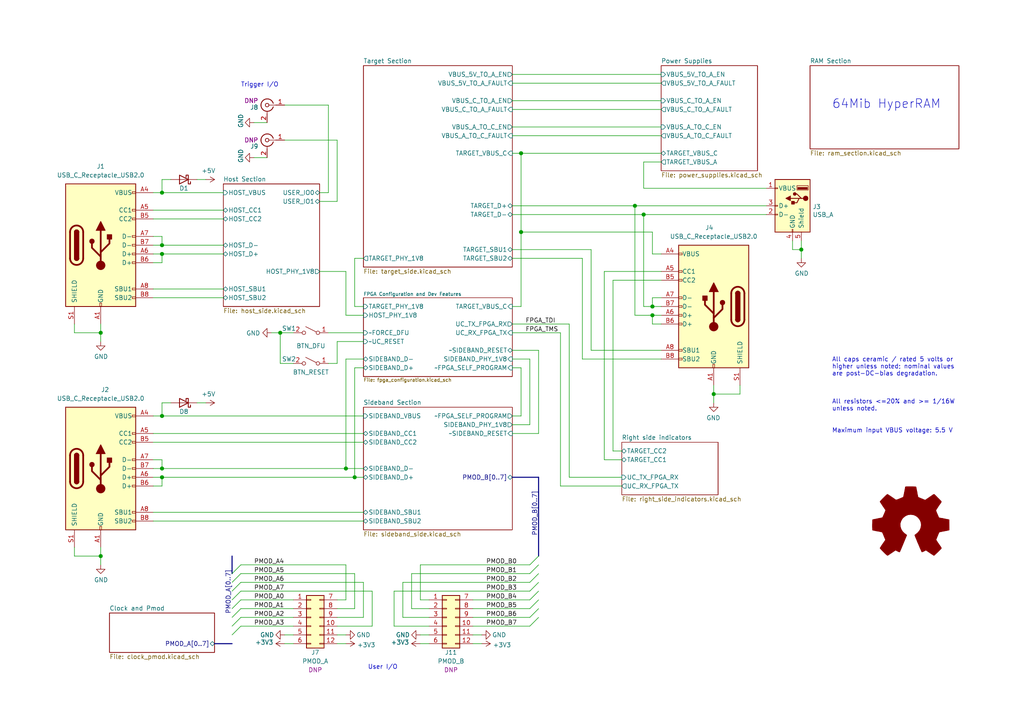
<source format=kicad_sch>
(kicad_sch (version 20210621) (generator eeschema)
  (paper "A4")
  (title_block (title "LUNA USB Multitool") (date "2021-03-10") (rev "r0") (company "Copyright 2019-2021 Great Scott Gadgets") (comment 1 "Katherine J. Temkin") (comment 3 "Licensed under the CERN-OHL-P v2"))
  (lib_symbols
    (symbol "Connector:Conn_Coaxial" (pin_names (offset 1.016) hide)
      (property "Reference" "J" (at 0.254 3.048 0))
      (property "Value" "Conn_Coaxial" (at 2.921 0 90))
      (symbol "Conn_Coaxial_0_1"
        (arc (start -1.778 0.508) (end 1.778 0) (radius (at -0.0508 0) (length 1.8034) (angles 163.6 0)) (stroke (width 0.254)))
        (arc (start 1.778 0) (end -1.778 -0.508) (radius (at -0.0254 0) (length 1.8034) (angles 0 -163.8)) (stroke (width 0.254)))
        (circle (center 0 0) (radius 0.508) (stroke (width 0.2032)))
        (polyline (pts (xy -2.54 0) (xy -0.508 0)))
        (polyline (pts (xy 0 -2.54) (xy 0 -1.778)))
      )
      (symbol "Conn_Coaxial_1_1"
        (pin passive line (at -5.08 0 0) (length 2.54) (name "In") (number "1"))
        (pin passive line (at 0 -5.08 90) (length 2.54) (name "Ext") (number "2"))
      )
    )
    (symbol "Connector_Generic:Conn_02x06_Top_Bottom" (pin_names (offset 1.016) hide)
      (property "Reference" "J" (at 1.27 7.62 0))
      (property "Value" "Conn_02x06_Top_Bottom" (at 1.27 -10.16 0))
      (symbol "Conn_02x06_Top_Bottom_1_1"
        (rectangle (start -1.27 -7.493) (end 0 -7.747) (stroke (width 0.1524)))
        (rectangle (start -1.27 -4.953) (end 0 -5.207) (stroke (width 0.1524)))
        (rectangle (start -1.27 -2.413) (end 0 -2.667) (stroke (width 0.1524)))
        (rectangle (start -1.27 0.127) (end 0 -0.127) (stroke (width 0.1524)))
        (rectangle (start -1.27 2.667) (end 0 2.413) (stroke (width 0.1524)))
        (rectangle (start -1.27 5.207) (end 0 4.953) (stroke (width 0.1524)))
        (rectangle (start 3.81 -7.493) (end 2.54 -7.747) (stroke (width 0.1524)))
        (rectangle (start 3.81 -4.953) (end 2.54 -5.207) (stroke (width 0.1524)))
        (rectangle (start 3.81 -2.413) (end 2.54 -2.667) (stroke (width 0.1524)))
        (rectangle (start 3.81 0.127) (end 2.54 -0.127) (stroke (width 0.1524)))
        (rectangle (start 3.81 2.667) (end 2.54 2.413) (stroke (width 0.1524)))
        (rectangle (start 3.81 5.207) (end 2.54 4.953) (stroke (width 0.1524)))
        (rectangle (start -1.27 6.35) (end 3.81 -8.89) (stroke (width 0.254)) (fill (type background)))
        (pin passive line (at -5.08 5.08 0) (length 3.81) (name "Pin_1") (number "1"))
        (pin passive line (at 7.62 -2.54 180) (length 3.81) (name "Pin_10") (number "10"))
        (pin passive line (at 7.62 -5.08 180) (length 3.81) (name "Pin_11") (number "11"))
        (pin passive line (at 7.62 -7.62 180) (length 3.81) (name "Pin_12") (number "12"))
        (pin passive line (at -5.08 2.54 0) (length 3.81) (name "Pin_2") (number "2"))
        (pin passive line (at -5.08 0 0) (length 3.81) (name "Pin_3") (number "3"))
        (pin passive line (at -5.08 -2.54 0) (length 3.81) (name "Pin_4") (number "4"))
        (pin passive line (at -5.08 -5.08 0) (length 3.81) (name "Pin_5") (number "5"))
        (pin passive line (at -5.08 -7.62 0) (length 3.81) (name "Pin_6") (number "6"))
        (pin passive line (at 7.62 5.08 180) (length 3.81) (name "Pin_7") (number "7"))
        (pin passive line (at 7.62 2.54 180) (length 3.81) (name "Pin_8") (number "8"))
        (pin passive line (at 7.62 0 180) (length 3.81) (name "Pin_9") (number "9"))
      )
    )
    (symbol "Device:D_Schottky" (pin_numbers hide) (pin_names (offset 1.016) hide)
      (property "Reference" "D" (at 0 2.54 0))
      (property "Value" "D_Schottky" (at 0 -2.54 0))
      (symbol "D_Schottky_0_1"
        (polyline (pts (xy 1.27 0) (xy -1.27 0)))
        (polyline (pts (xy 1.27 1.27) (xy 1.27 -1.27) (xy -1.27 0) (xy 1.27 1.27)) (stroke (width 0.254)))
        (polyline (pts (xy -1.905 0.635) (xy -1.905 1.27) (xy -1.27 1.27) (xy -1.27 -1.27) (xy -0.635 -1.27) (xy -0.635 -0.635)) (stroke (width 0.254)))
      )
      (symbol "D_Schottky_1_1"
        (pin passive line (at -3.81 0 0) (length 2.54) (name "K") (number "1"))
        (pin passive line (at 3.81 0 180) (length 2.54) (name "A") (number "2"))
      )
    )
    (symbol "Graphic:Logo_Open_Hardware_Large" (pin_names (offset 1.016))
      (symbol "Logo_Open_Hardware_Large_1_1"
        (polyline (pts (xy 6.731 -8.7122) (xy 6.6294 -8.6614) (xy 6.35 -8.4836) (xy 5.9944 -8.255) (xy 5.5372 -7.9502) (xy 5.1054 -7.6454) (xy 4.7498 -7.4168) (xy 4.4958 -7.239) (xy 4.3942 -7.1882) (xy 4.318 -7.2136) (xy 4.1148 -7.3152) (xy 3.81 -7.4676) (xy 3.6322 -7.5692) (xy 3.3528 -7.6708) (xy 3.2258 -7.6962) (xy 3.2004 -7.6708) (xy 3.0988 -7.4676) (xy 2.9464 -7.0866) (xy 2.7178 -6.604) (xy 2.4892 -6.0452) (xy 2.2352 -5.4356) (xy 1.9558 -4.826) (xy 1.7272 -4.2164) (xy 1.4986 -3.683) (xy 1.3208 -3.2512) (xy 1.2192 -2.9464) (xy 1.1684 -2.8194) (xy 1.1938 -2.794) (xy 1.3208 -2.667) (xy 1.5748 -2.4892) (xy 2.0828 -2.0574) (xy 2.6162 -1.397) (xy 2.921 -0.6604) (xy 3.048 0.1524) (xy 2.9464 0.9144) (xy 2.6416 1.6256) (xy 2.1336 2.286) (xy 1.524 2.7686) (xy 0.8128 3.0734) (xy 0 3.175) (xy -0.762 3.0988) (xy -1.4986 2.794) (xy -2.159 2.286) (xy -2.4384 1.9812) (xy -2.8194 1.3208) (xy -3.048 0.6096) (xy -3.0734 0.4318) (xy -3.0226 -0.3556) (xy -2.794 -1.0922) (xy -2.3876 -1.7526) (xy -1.8288 -2.3114) (xy -1.7526 -2.3622) (xy -1.4732 -2.5654) (xy -1.2954 -2.6924) (xy -1.1684 -2.8194) (xy -2.159 -5.207) (xy -2.3114 -5.588) (xy -2.5908 -6.2484) (xy -2.8194 -6.8072) (xy -3.0226 -7.2644) (xy -3.1496 -7.5692) (xy -3.2258 -7.6708) (xy -3.2258 -7.6962) (xy -3.302 -7.6962) (xy -3.4798 -7.6454) (xy -3.8354 -7.4676) (xy -4.0386 -7.366) (xy -4.2926 -7.239) (xy -4.4196 -7.1882) (xy -4.5212 -7.239) (xy -4.7498 -7.3914) (xy -5.1054 -7.6454) (xy -5.5372 -7.9248) (xy -5.9436 -8.2042) (xy -6.3246 -8.4582) (xy -6.604 -8.636) (xy -6.731 -8.7122) (xy -6.7564 -8.7122) (xy -6.858 -8.636) (xy -7.0866 -8.4582) (xy -7.4168 -8.1534) (xy -7.874 -7.6962) (xy -7.9502 -7.62) (xy -8.3312 -7.239) (xy -8.636 -6.9088) (xy -8.8392 -6.6802) (xy -8.9154 -6.5786) (xy -8.9154 -6.5786) (xy -8.8392 -6.4516) (xy -8.6614 -6.1722) (xy -8.4328 -5.7912) (xy -8.128 -5.3594) (xy -7.3152 -4.191) (xy -7.7724 -3.0988) (xy -7.8994 -2.7686) (xy -8.0772 -2.3622) (xy -8.2042 -2.0828) (xy -8.255 -1.9558) (xy -8.382 -1.905) (xy -8.6614 -1.8542) (xy -9.0932 -1.7526) (xy -9.6266 -1.651) (xy -10.1092 -1.5748) (xy -10.541 -1.4732) (xy -10.8712 -1.4224) (xy -11.0236 -1.397) (xy -11.049 -1.3716) (xy -11.0744 -1.2954) (xy -11.0998 -1.143) (xy -11.0998 -0.889) (xy -11.1252 -0.4572) (xy -11.1252 0.1524) (xy -11.1252 0.2286) (xy -11.0998 0.8128) (xy -11.0998 1.27) (xy -11.0744 1.5494) (xy -11.0744 1.6764) (xy -11.0744 1.6764) (xy -10.922 1.7018) (xy -10.6172 1.778) (xy -10.16 1.8542) (xy -9.652 1.9558) (xy -9.6012 1.9812) (xy -9.0932 2.0828) (xy -8.636 2.159) (xy -8.3312 2.2352) (xy -8.2042 2.286) (xy -8.1788 2.3114) (xy -8.0772 2.5146) (xy -7.9248 2.8448) (xy -7.747 3.2512) (xy -7.5692 3.6576) (xy -7.4168 4.0386) (xy -7.3152 4.318) (xy -7.2898 4.445) (xy -7.2898 4.445) (xy -7.366 4.572) (xy -7.5438 4.826) (xy -7.7978 5.207) (xy -8.128 5.6642) (xy -8.128 5.6896) (xy -8.4328 6.1468) (xy -8.6868 6.5278) (xy -8.8392 6.7818) (xy -8.9154 6.9088) (xy -8.9154 6.9088) (xy -8.8138 7.0358) (xy -8.5852 7.2898) (xy -8.255 7.6454) (xy -7.874 8.0264) (xy -7.747 8.1534) (xy -7.3152 8.5852) (xy -7.0104 8.8646) (xy -6.8326 8.9916) (xy -6.731 9.0424) (xy -6.731 9.0424) (xy -6.604 8.9408) (xy -6.3246 8.763) (xy -5.9436 8.509) (xy -5.4864 8.2042) (xy -5.461 8.1788) (xy -5.0038 7.874) (xy -4.6482 7.62) (xy -4.3688 7.4422) (xy -4.2672 7.3914) (xy -4.2418 7.3914) (xy -4.064 7.4422) (xy -3.7338 7.5438) (xy -3.3528 7.6962) (xy -2.9464 7.874) (xy -2.5654 8.0264) (xy -2.286 8.1534) (xy -2.159 8.2296) (xy -2.159 8.2296) (xy -2.1082 8.382) (xy -2.032 8.7122) (xy -1.9304 9.1694) (xy -1.8288 9.7282) (xy -1.8034 9.8044) (xy -1.7018 10.3378) (xy -1.6256 10.7696) (xy -1.5748 11.0744) (xy -1.524 11.2014) (xy -1.4478 11.2268) (xy -1.1938 11.2522) (xy -0.8128 11.2522) (xy -0.3302 11.2522) (xy 0.1524 11.2522) (xy 0.6604 11.2522) (xy 1.0668 11.2268) (xy 1.3716 11.2014) (xy 1.4986 11.176) (xy 1.4986 11.176) (xy 1.5494 11.0236) (xy 1.6256 10.6934) (xy 1.7018 10.2108) (xy 1.8288 9.6774) (xy 1.8288 9.5758) (xy 1.9304 9.0424) (xy 2.032 8.6106) (xy 2.0828 8.3058) (xy 2.1336 8.2042) (xy 2.159 8.1788) (xy 2.3876 8.0772) (xy 2.7432 7.9248) (xy 3.175 7.747) (xy 4.191 7.3406) (xy 5.461 8.2042) (xy 5.5626 8.2804) (xy 6.0198 8.5852) (xy 6.3754 8.8392) (xy 6.6294 8.9916) (xy 6.7564 9.0424) (xy 6.7564 9.0424) (xy 6.8834 8.9408) (xy 7.1374 8.7122) (xy 7.4676 8.382) (xy 7.8486 7.9756) (xy 8.1534 7.6962) (xy 8.4836 7.3406) (xy 8.7122 7.112) (xy 8.8392 6.9596) (xy 8.8646 6.858) (xy 8.8646 6.8072) (xy 8.7884 6.6802) (xy 8.6106 6.4008) (xy 8.3312 6.0198) (xy 8.0264 5.588) (xy 7.7978 5.207) (xy 7.5184 4.8006) (xy 7.3406 4.4958) (xy 7.2898 4.3434) (xy 7.2898 4.2926) (xy 7.3914 4.0386) (xy 7.5184 3.683) (xy 7.7216 3.2258) (xy 8.1534 2.2352) (xy 8.7884 2.1082) (xy 9.1948 2.0574) (xy 9.7536 1.9304) (xy 10.2616 1.8288) (xy 11.0998 1.6764) (xy 11.1252 -1.3208) (xy 10.9982 -1.3716) (xy 10.8712 -1.397) (xy 10.5664 -1.4732) (xy 10.1346 -1.5494) (xy 9.6266 -1.651) (xy 9.1948 -1.7272) (xy 8.7376 -1.8288) (xy 8.4328 -1.8796) (xy 8.2804 -1.905) (xy 8.255 -1.9558) (xy 8.1534 -2.159) (xy 7.9756 -2.5146) (xy 7.8232 -2.921) (xy 7.6454 -3.3274) (xy 7.493 -3.7338) (xy 7.366 -4.0132) (xy 7.3406 -4.191) (xy 7.3914 -4.2926) (xy 7.5692 -4.5466) (xy 7.7978 -4.9276) (xy 8.1026 -5.3594) (xy 8.4074 -5.7912) (xy 8.6614 -6.1722) (xy 8.8138 -6.4262) (xy 8.89 -6.5532) (xy 8.8646 -6.6548) (xy 8.6868 -6.858) (xy 8.3566 -7.1882) (xy 7.874 -7.6708) (xy 7.7978 -7.747) (xy 7.3914 -8.128) (xy 7.0612 -8.4328) (xy 6.8326 -8.636) (xy 6.731 -8.7122)) (fill (type outline)))
      )
    )
    (symbol "Switch:SW_SPST" (pin_names (offset 0) hide)
      (property "Reference" "SW" (at 0 3.175 0))
      (property "Value" "SW_SPST" (at 0 -2.54 0))
      (symbol "SW_SPST_0_0"
        (circle (center -2.032 0) (radius 0.508))
        (circle (center 2.032 0) (radius 0.508))
        (polyline (pts (xy -1.524 0.254) (xy 1.524 1.778)))
      )
      (symbol "SW_SPST_1_1"
        (pin passive line (at -5.08 0 0) (length 2.54) (name "A") (number "1"))
        (pin passive line (at 5.08 0 180) (length 2.54) (name "B") (number "2"))
      )
    )
    (symbol "luna_rev0-rescue:USB_A-Connector" (pin_names (offset 1.016))
      (property "Reference" "J" (at -5.08 11.43 0))
      (property "Value" "USB_A-Connector" (at -5.08 8.89 0))
      (symbol "USB_A-Connector_0_1"
        (circle (center -3.81 2.159) (radius 0.635) (stroke (width 0.254)) (fill (type outline)))
        (circle (center -0.635 3.429) (radius 0.381) (stroke (width 0.254)) (fill (type outline)))
        (rectangle (start -1.27 4.572) (end -4.572 5.842))
        (rectangle (start -0.127 -7.62) (end 0.127 -6.858))
        (rectangle (start 5.08 -2.667) (end 4.318 -2.413))
        (rectangle (start 5.08 -0.127) (end 4.318 0.127))
        (rectangle (start 5.08 4.953) (end 4.318 5.207))
        (rectangle (start -1.524 4.826) (end -4.318 5.334) (fill (type outline)))
        (rectangle (start 0.254 1.27) (end -0.508 0.508) (stroke (width 0.254)) (fill (type outline)))
        (rectangle (start -5.08 -7.62) (end 5.08 7.62) (stroke (width 0.254)) (fill (type background)))
        (polyline (pts (xy -3.175 2.159) (xy -2.54 2.159) (xy -1.27 3.429) (xy -0.635 3.429)) (stroke (width 0.254)))
        (polyline (pts (xy -2.54 2.159) (xy -1.905 2.159) (xy -1.27 0.889) (xy 0 0.889)) (stroke (width 0.254)))
        (polyline (pts (xy 0.635 2.794) (xy 0.635 1.524) (xy 1.905 2.159) (xy 0.635 2.794)) (stroke (width 0.254)) (fill (type outline)))
      )
      (symbol "USB_A-Connector_1_1"
        (polyline (pts (xy -1.905 2.159) (xy 0.635 2.159)) (stroke (width 0.254)))
        (pin power_in line (at 7.62 5.08 180) (length 2.54) (name "VBUS") (number "1"))
        (pin passive line (at 7.62 -2.54 180) (length 2.54) (name "D-") (number "2"))
        (pin passive line (at 7.62 0 180) (length 2.54) (name "D+") (number "3"))
        (pin power_in line (at 0 -10.16 90) (length 2.54) (name "GND") (number "4"))
        (pin passive line (at -2.54 -10.16 90) (length 2.54) (name "Shield") (number "5"))
      )
    )
    (symbol "luna_rev0-rescue:USB_C_Receptacle_USB2.0-Connector" (pin_names (offset 1.016))
      (property "Reference" "J" (at -10.16 19.05 0))
      (property "Value" "USB_C_Receptacle_USB2.0-Connector" (at 19.05 19.05 0))
      (symbol "USB_C_Receptacle_USB2.0-Connector_0_0"
        (rectangle (start -0.254 -17.78) (end 0.254 -16.764))
        (rectangle (start 10.16 -14.986) (end 9.144 -15.494))
        (rectangle (start 10.16 -12.446) (end 9.144 -12.954))
        (rectangle (start 10.16 -4.826) (end 9.144 -5.334))
        (rectangle (start 10.16 -2.286) (end 9.144 -2.794))
        (rectangle (start 10.16 0.254) (end 9.144 -0.254))
        (rectangle (start 10.16 2.794) (end 9.144 2.286))
        (rectangle (start 10.16 7.874) (end 9.144 7.366))
        (rectangle (start 10.16 10.414) (end 9.144 9.906))
        (rectangle (start 10.16 15.494) (end 9.144 14.986))
      )
      (symbol "USB_C_Receptacle_USB2.0-Connector_0_1"
        (arc (start -8.89 -3.81) (end -5.08 -3.81) (radius (at -6.985 -3.81) (length 1.905) (angles -179.9 -0.1)) (stroke (width 0.508)))
        (arc (start -7.62 -3.81) (end -6.35 -3.81) (radius (at -6.985 -3.81) (length 0.635) (angles -179.9 -0.1)) (stroke (width 0.254)))
        (arc (start -6.35 3.81) (end -7.62 3.81) (radius (at -6.985 3.81) (length 0.635) (angles 0.1 179.9)) (stroke (width 0.254)))
        (arc (start -5.08 3.81) (end -8.89 3.81) (radius (at -6.985 3.81) (length 1.905) (angles 0.1 179.9)) (stroke (width 0.508)))
        (arc (start -7.62 -3.81) (end -6.35 -3.81) (radius (at -6.985 -3.81) (length 0.635) (angles -179.9 -0.1)) (stroke (width 0.254)) (fill (type outline)))
        (arc (start -6.35 3.81) (end -7.62 3.81) (radius (at -6.985 3.81) (length 0.635) (angles 0.1 179.9)) (stroke (width 0.254)) (fill (type outline)))
        (circle (center -2.54 1.143) (radius 0.635) (stroke (width 0.254)) (fill (type outline)))
        (circle (center 0 -5.842) (radius 1.27) (fill (type outline)))
        (rectangle (start -7.62 -3.81) (end -6.35 3.81) (stroke (width 0.254)) (fill (type outline)))
        (rectangle (start 1.905 1.778) (end 3.175 3.048) (stroke (width 0.254)) (fill (type outline)))
        (rectangle (start -10.16 17.78) (end 10.16 -17.78) (stroke (width 0.254)) (fill (type background)))
        (polyline (pts (xy -8.89 -3.81) (xy -8.89 3.81)) (stroke (width 0.508)))
        (polyline (pts (xy -5.08 3.81) (xy -5.08 -3.81)) (stroke (width 0.508)))
        (polyline (pts (xy 0 -5.842) (xy 0 4.318)) (stroke (width 0.508)))
        (polyline (pts (xy 0 -3.302) (xy -2.54 -0.762) (xy -2.54 0.508)) (stroke (width 0.508)))
        (polyline (pts (xy 0 -2.032) (xy 2.54 0.508) (xy 2.54 1.778)) (stroke (width 0.508)))
        (polyline (pts (xy -1.27 4.318) (xy 0 6.858) (xy 1.27 4.318) (xy -1.27 4.318)) (stroke (width 0.254)) (fill (type outline)))
      )
      (symbol "USB_C_Receptacle_USB2.0-Connector_1_1"
        (pin power_in line (at 0 -22.86 90) (length 5.08) (name "GND") (number "A1"))
        (pin passive line (at 0 -22.86 90) (length 5.08) hide (name "GND") (number "A12"))
        (pin power_in line (at 15.24 15.24 180) (length 5.08) (name "VBUS") (number "A4"))
        (pin bidirectional line (at 15.24 10.16 180) (length 5.08) (name "CC1") (number "A5"))
        (pin bidirectional line (at 15.24 -2.54 180) (length 5.08) (name "D+") (number "A6"))
        (pin bidirectional line (at 15.24 2.54 180) (length 5.08) (name "D-") (number "A7"))
        (pin bidirectional line (at 15.24 -12.7 180) (length 5.08) (name "SBU1") (number "A8"))
        (pin passive line (at 15.24 15.24 180) (length 5.08) hide (name "VBUS") (number "A9"))
        (pin passive line (at 0 -22.86 90) (length 5.08) hide (name "GND") (number "B1"))
        (pin passive line (at 0 -22.86 90) (length 5.08) hide (name "GND") (number "B12"))
        (pin passive line (at 15.24 15.24 180) (length 5.08) hide (name "VBUS") (number "B4"))
        (pin bidirectional line (at 15.24 7.62 180) (length 5.08) (name "CC2") (number "B5"))
        (pin bidirectional line (at 15.24 -5.08 180) (length 5.08) (name "D+") (number "B6"))
        (pin bidirectional line (at 15.24 0 180) (length 5.08) (name "D-") (number "B7"))
        (pin bidirectional line (at 15.24 -15.24 180) (length 5.08) (name "SBU2") (number "B8"))
        (pin passive line (at 15.24 15.24 180) (length 5.08) hide (name "VBUS") (number "B9"))
        (pin passive line (at -7.62 -22.86 90) (length 5.08) (name "SHIELD") (number "S1"))
      )
    )
    (symbol "power:+3V3" (power) (pin_names (offset 0))
      (property "Value" "+3V3" (at 0 3.556 0))
      (symbol "+3V3_0_1"
        (polyline (pts (xy -0.762 1.27) (xy 0 2.54)))
        (polyline (pts (xy 0 0) (xy 0 2.54)))
        (polyline (pts (xy 0 2.54) (xy 0.762 1.27)))
      )
      (symbol "+3V3_1_1"
        (pin power_in line (at 0 0 90) (length 0) hide (name "+3V3") (number "1"))
      )
    )
    (symbol "power:+5V" (power) (pin_names (offset 0))
      (property "Value" "+5V" (at 0 3.556 0))
      (symbol "+5V_0_1"
        (polyline (pts (xy -0.762 1.27) (xy 0 2.54)))
        (polyline (pts (xy 0 0) (xy 0 2.54)))
        (polyline (pts (xy 0 2.54) (xy 0.762 1.27)))
      )
      (symbol "+5V_1_1"
        (pin power_in line (at 0 0 90) (length 0) hide (name "+5V") (number "1"))
      )
    )
    (symbol "power:GND" (power) (pin_names (offset 0))
      (property "Value" "GND" (at 0 -3.81 0))
      (symbol "GND_0_1"
        (polyline (pts (xy 0 0) (xy 0 -1.27) (xy 1.27 -1.27) (xy 0 -2.54) (xy -1.27 -1.27) (xy 0 -1.27)))
      )
      (symbol "GND_1_1"
        (pin power_in line (at 0 0 270) (length 0) hide (name "GND") (number "1"))
      )
    )
  )
  (junction (at 29.21 96.52) (diameter 1.016))
  (junction (at 29.21 161.29) (diameter 1.016))
  (junction (at 46.99 55.88) (diameter 1.016))
  (junction (at 46.99 71.12) (diameter 1.016))
  (junction (at 46.99 73.66) (diameter 1.016))
  (junction (at 46.99 120.65) (diameter 1.016))
  (junction (at 46.99 135.89) (diameter 1.016))
  (junction (at 46.99 138.43) (diameter 1.016))
  (junction (at 81.28 96.52) (diameter 1.016))
  (junction (at 100.33 135.89) (diameter 1.016))
  (junction (at 102.87 138.43) (diameter 1.016))
  (junction (at 151.13 44.45) (diameter 1.016))
  (junction (at 151.13 67.31) (diameter 1.016))
  (junction (at 184.15 59.69) (diameter 1.016))
  (junction (at 186.69 62.23) (diameter 1.016))
  (junction (at 189.23 88.9) (diameter 1.016))
  (junction (at 189.23 91.44) (diameter 1.016))
  (junction (at 207.01 114.3) (diameter 1.016))
  (junction (at 232.41 72.39) (diameter 1.016))
  (bus_entry (at 67.31 166.37) (size 2.54 -2.54))
  (bus_entry (at 67.31 168.91) (size 2.54 -2.54))
  (bus_entry (at 67.31 171.45) (size 2.54 -2.54))
  (bus_entry (at 67.31 173.99) (size 2.54 -2.54))
  (bus_entry (at 67.31 176.53) (size 2.54 -2.54))
  (bus_entry (at 67.31 179.07) (size 2.54 -2.54))
  (bus_entry (at 67.31 181.61) (size 2.54 -2.54))
  (bus_entry (at 67.31 184.15) (size 2.54 -2.54))
  (bus_entry (at 156.21 161.29) (size -2.54 2.54))
  (bus_entry (at 156.21 163.83) (size -2.54 2.54))
  (bus_entry (at 156.21 166.37) (size -2.54 2.54))
  (bus_entry (at 156.21 168.91) (size -2.54 2.54))
  (bus_entry (at 156.21 171.45) (size -2.54 2.54))
  (bus_entry (at 156.21 173.99) (size -2.54 2.54))
  (bus_entry (at 156.21 176.53) (size -2.54 2.54))
  (bus_entry (at 156.21 179.07) (size -2.54 2.54))
  (wire (pts (xy 21.59 93.98) (xy 21.59 96.52)))
  (wire (pts (xy 21.59 96.52) (xy 29.21 96.52)))
  (wire (pts (xy 21.59 161.29) (xy 21.59 158.75)))
  (wire (pts (xy 29.21 93.98) (xy 29.21 96.52)))
  (wire (pts (xy 29.21 96.52) (xy 29.21 99.06)))
  (wire (pts (xy 29.21 161.29) (xy 21.59 161.29)))
  (wire (pts (xy 29.21 161.29) (xy 29.21 158.75)))
  (wire (pts (xy 29.21 163.83) (xy 29.21 161.29)))
  (wire (pts (xy 44.45 60.96) (xy 64.77 60.96)))
  (wire (pts (xy 44.45 68.58) (xy 46.99 68.58)))
  (wire (pts (xy 44.45 73.66) (xy 46.99 73.66)))
  (wire (pts (xy 44.45 76.2) (xy 46.99 76.2)))
  (wire (pts (xy 44.45 83.82) (xy 64.77 83.82)))
  (wire (pts (xy 44.45 120.65) (xy 46.99 120.65)))
  (wire (pts (xy 44.45 125.73) (xy 105.41 125.73)))
  (wire (pts (xy 44.45 128.27) (xy 105.41 128.27)))
  (wire (pts (xy 44.45 133.35) (xy 46.99 133.35)))
  (wire (pts (xy 44.45 135.89) (xy 46.99 135.89)))
  (wire (pts (xy 44.45 138.43) (xy 46.99 138.43)))
  (wire (pts (xy 44.45 148.59) (xy 105.41 148.59)))
  (wire (pts (xy 46.99 52.07) (xy 46.99 55.88)))
  (wire (pts (xy 46.99 55.88) (xy 44.45 55.88)))
  (wire (pts (xy 46.99 68.58) (xy 46.99 71.12)))
  (wire (pts (xy 46.99 71.12) (xy 44.45 71.12)))
  (wire (pts (xy 46.99 73.66) (xy 64.77 73.66)))
  (wire (pts (xy 46.99 76.2) (xy 46.99 73.66)))
  (wire (pts (xy 46.99 116.84) (xy 46.99 120.65)))
  (wire (pts (xy 46.99 120.65) (xy 105.41 120.65)))
  (wire (pts (xy 46.99 133.35) (xy 46.99 135.89)))
  (wire (pts (xy 46.99 135.89) (xy 100.33 135.89)))
  (wire (pts (xy 46.99 138.43) (xy 46.99 140.97)))
  (wire (pts (xy 46.99 138.43) (xy 102.87 138.43)))
  (wire (pts (xy 46.99 140.97) (xy 44.45 140.97)))
  (wire (pts (xy 49.53 52.07) (xy 46.99 52.07)))
  (wire (pts (xy 49.53 116.84) (xy 46.99 116.84)))
  (wire (pts (xy 59.69 52.07) (xy 57.15 52.07)))
  (wire (pts (xy 59.69 116.84) (xy 57.15 116.84)))
  (wire (pts (xy 64.77 55.88) (xy 46.99 55.88)))
  (wire (pts (xy 64.77 63.5) (xy 44.45 63.5)))
  (wire (pts (xy 64.77 71.12) (xy 46.99 71.12)))
  (wire (pts (xy 64.77 86.36) (xy 44.45 86.36)))
  (wire (pts (xy 69.85 163.83) (xy 100.33 163.83)))
  (wire (pts (xy 69.85 168.91) (xy 105.41 168.91)))
  (wire (pts (xy 69.85 173.99) (xy 85.09 173.99)))
  (wire (pts (xy 69.85 179.07) (xy 85.09 179.07)))
  (wire (pts (xy 73.66 35.56) (xy 77.47 35.56)))
  (wire (pts (xy 73.66 45.72) (xy 77.47 45.72)))
  (wire (pts (xy 78.74 96.52) (xy 81.28 96.52)))
  (wire (pts (xy 81.28 96.52) (xy 81.28 105.41)))
  (wire (pts (xy 81.28 96.52) (xy 85.09 96.52)))
  (wire (pts (xy 81.28 105.41) (xy 85.09 105.41)))
  (wire (pts (xy 82.55 40.64) (xy 97.79 40.64)))
  (wire (pts (xy 82.55 186.69) (xy 85.09 186.69)))
  (wire (pts (xy 85.09 176.53) (xy 69.85 176.53)))
  (wire (pts (xy 85.09 181.61) (xy 69.85 181.61)))
  (wire (pts (xy 85.09 184.15) (xy 82.55 184.15)))
  (wire (pts (xy 92.71 55.88) (xy 95.25 55.88)))
  (wire (pts (xy 92.71 78.74) (xy 100.33 78.74)))
  (wire (pts (xy 95.25 30.48) (xy 82.55 30.48)))
  (wire (pts (xy 95.25 55.88) (xy 95.25 30.48)))
  (wire (pts (xy 95.25 105.41) (xy 97.79 105.41)))
  (wire (pts (xy 97.79 40.64) (xy 97.79 58.42)))
  (wire (pts (xy 97.79 58.42) (xy 92.71 58.42)))
  (wire (pts (xy 97.79 99.06) (xy 105.41 99.06)))
  (wire (pts (xy 97.79 105.41) (xy 97.79 99.06)))
  (wire (pts (xy 97.79 176.53) (xy 102.87 176.53)))
  (wire (pts (xy 97.79 181.61) (xy 107.95 181.61)))
  (wire (pts (xy 97.79 186.69) (xy 100.33 186.69)))
  (wire (pts (xy 100.33 78.74) (xy 100.33 91.44)))
  (wire (pts (xy 100.33 104.14) (xy 100.33 135.89)))
  (wire (pts (xy 100.33 135.89) (xy 105.41 135.89)))
  (wire (pts (xy 100.33 163.83) (xy 100.33 173.99)))
  (wire (pts (xy 100.33 173.99) (xy 97.79 173.99)))
  (wire (pts (xy 100.33 184.15) (xy 97.79 184.15)))
  (wire (pts (xy 102.87 74.93) (xy 105.41 74.93)))
  (wire (pts (xy 102.87 88.9) (xy 102.87 74.93)))
  (wire (pts (xy 102.87 88.9) (xy 105.41 88.9)))
  (wire (pts (xy 102.87 106.68) (xy 105.41 106.68)))
  (wire (pts (xy 102.87 138.43) (xy 102.87 106.68)))
  (wire (pts (xy 102.87 138.43) (xy 105.41 138.43)))
  (wire (pts (xy 102.87 166.37) (xy 69.85 166.37)))
  (wire (pts (xy 102.87 176.53) (xy 102.87 166.37)))
  (wire (pts (xy 105.41 91.44) (xy 100.33 91.44)))
  (wire (pts (xy 105.41 96.52) (xy 95.25 96.52)))
  (wire (pts (xy 105.41 104.14) (xy 100.33 104.14)))
  (wire (pts (xy 105.41 151.13) (xy 44.45 151.13)))
  (wire (pts (xy 105.41 168.91) (xy 105.41 179.07)))
  (wire (pts (xy 105.41 179.07) (xy 97.79 179.07)))
  (wire (pts (xy 107.95 171.45) (xy 69.85 171.45)))
  (wire (pts (xy 107.95 171.45) (xy 107.95 181.61)))
  (wire (pts (xy 114.3 171.45) (xy 114.3 181.61)))
  (wire (pts (xy 114.3 181.61) (xy 124.46 181.61)))
  (wire (pts (xy 116.84 168.91) (xy 153.67 168.91)))
  (wire (pts (xy 116.84 179.07) (xy 116.84 168.91)))
  (wire (pts (xy 119.38 166.37) (xy 153.67 166.37)))
  (wire (pts (xy 119.38 176.53) (xy 119.38 166.37)))
  (wire (pts (xy 121.92 163.83) (xy 153.67 163.83)))
  (wire (pts (xy 121.92 173.99) (xy 121.92 163.83)))
  (wire (pts (xy 124.46 173.99) (xy 121.92 173.99)))
  (wire (pts (xy 124.46 176.53) (xy 119.38 176.53)))
  (wire (pts (xy 124.46 179.07) (xy 116.84 179.07)))
  (wire (pts (xy 124.46 184.15) (xy 121.92 184.15)))
  (wire (pts (xy 124.46 186.69) (xy 121.92 186.69)))
  (wire (pts (xy 137.16 176.53) (xy 153.67 176.53)))
  (wire (pts (xy 137.16 181.61) (xy 153.67 181.61)))
  (wire (pts (xy 139.7 184.15) (xy 137.16 184.15)))
  (wire (pts (xy 139.7 186.69) (xy 137.16 186.69)))
  (wire (pts (xy 148.59 24.13) (xy 191.77 24.13)))
  (wire (pts (xy 148.59 31.75) (xy 191.77 31.75)))
  (wire (pts (xy 148.59 39.37) (xy 191.77 39.37)))
  (wire (pts (xy 148.59 44.45) (xy 151.13 44.45)))
  (wire (pts (xy 148.59 59.69) (xy 184.15 59.69)))
  (wire (pts (xy 148.59 72.39) (xy 171.45 72.39)))
  (wire (pts (xy 148.59 93.98) (xy 165.1 93.98)))
  (wire (pts (xy 148.59 104.14) (xy 153.67 104.14)))
  (wire (pts (xy 148.59 120.65) (xy 151.13 120.65)))
  (wire (pts (xy 148.59 125.73) (xy 156.21 125.73)))
  (wire (pts (xy 151.13 44.45) (xy 191.77 44.45)))
  (wire (pts (xy 151.13 67.31) (xy 151.13 44.45)))
  (wire (pts (xy 151.13 88.9) (xy 148.59 88.9)))
  (wire (pts (xy 151.13 88.9) (xy 151.13 67.31)))
  (wire (pts (xy 151.13 106.68) (xy 148.59 106.68)))
  (wire (pts (xy 151.13 120.65) (xy 151.13 106.68)))
  (wire (pts (xy 153.67 104.14) (xy 153.67 123.19)))
  (wire (pts (xy 153.67 123.19) (xy 148.59 123.19)))
  (wire (pts (xy 153.67 171.45) (xy 114.3 171.45)))
  (wire (pts (xy 153.67 173.99) (xy 137.16 173.99)))
  (wire (pts (xy 153.67 179.07) (xy 137.16 179.07)))
  (wire (pts (xy 156.21 101.6) (xy 148.59 101.6)))
  (wire (pts (xy 156.21 125.73) (xy 156.21 101.6)))
  (wire (pts (xy 162.56 96.52) (xy 148.59 96.52)))
  (wire (pts (xy 162.56 140.97) (xy 162.56 96.52)))
  (wire (pts (xy 162.56 140.97) (xy 180.34 140.97)))
  (wire (pts (xy 165.1 93.98) (xy 165.1 138.43)))
  (wire (pts (xy 165.1 138.43) (xy 180.34 138.43)))
  (wire (pts (xy 168.91 74.93) (xy 148.59 74.93)))
  (wire (pts (xy 168.91 104.14) (xy 168.91 74.93)))
  (wire (pts (xy 171.45 72.39) (xy 171.45 101.6)))
  (wire (pts (xy 171.45 101.6) (xy 191.77 101.6)))
  (wire (pts (xy 175.26 78.74) (xy 191.77 78.74)))
  (wire (pts (xy 175.26 133.35) (xy 175.26 78.74)))
  (wire (pts (xy 177.8 81.28) (xy 177.8 130.81)))
  (wire (pts (xy 177.8 130.81) (xy 180.34 130.81)))
  (wire (pts (xy 180.34 133.35) (xy 175.26 133.35)))
  (wire (pts (xy 184.15 59.69) (xy 184.15 91.44)))
  (wire (pts (xy 184.15 91.44) (xy 189.23 91.44)))
  (wire (pts (xy 186.69 46.99) (xy 191.77 46.99)))
  (wire (pts (xy 186.69 54.61) (xy 186.69 46.99)))
  (wire (pts (xy 186.69 54.61) (xy 222.25 54.61)))
  (wire (pts (xy 186.69 62.23) (xy 148.59 62.23)))
  (wire (pts (xy 186.69 62.23) (xy 186.69 88.9)))
  (wire (pts (xy 186.69 88.9) (xy 189.23 88.9)))
  (wire (pts (xy 189.23 67.31) (xy 151.13 67.31)))
  (wire (pts (xy 189.23 73.66) (xy 189.23 67.31)))
  (wire (pts (xy 189.23 86.36) (xy 191.77 86.36)))
  (wire (pts (xy 189.23 88.9) (xy 189.23 86.36)))
  (wire (pts (xy 189.23 91.44) (xy 189.23 93.98)))
  (wire (pts (xy 189.23 93.98) (xy 191.77 93.98)))
  (wire (pts (xy 191.77 21.59) (xy 148.59 21.59)))
  (wire (pts (xy 191.77 29.21) (xy 148.59 29.21)))
  (wire (pts (xy 191.77 36.83) (xy 148.59 36.83)))
  (wire (pts (xy 191.77 73.66) (xy 189.23 73.66)))
  (wire (pts (xy 191.77 81.28) (xy 177.8 81.28)))
  (wire (pts (xy 191.77 88.9) (xy 189.23 88.9)))
  (wire (pts (xy 191.77 91.44) (xy 189.23 91.44)))
  (wire (pts (xy 191.77 104.14) (xy 168.91 104.14)))
  (wire (pts (xy 207.01 114.3) (xy 207.01 111.76)))
  (wire (pts (xy 207.01 114.3) (xy 214.63 114.3)))
  (wire (pts (xy 207.01 116.84) (xy 207.01 114.3)))
  (wire (pts (xy 214.63 114.3) (xy 214.63 111.76)))
  (wire (pts (xy 222.25 59.69) (xy 184.15 59.69)))
  (wire (pts (xy 222.25 62.23) (xy 186.69 62.23)))
  (wire (pts (xy 229.87 69.85) (xy 229.87 72.39)))
  (wire (pts (xy 229.87 72.39) (xy 232.41 72.39)))
  (wire (pts (xy 232.41 72.39) (xy 232.41 69.85)))
  (wire (pts (xy 232.41 74.93) (xy 232.41 72.39)))
  (bus (pts (xy 62.23 186.69) (xy 67.31 186.69)))
  (bus (pts (xy 67.31 161.29) (xy 67.31 186.69)))
  (bus (pts (xy 148.59 138.43) (xy 156.21 138.43)))
  (bus (pts (xy 156.21 138.43) (xy 156.21 184.15)))
  (text "Trigger I/O" (at 69.85 25.4 0) (effects (font (size 1.27 1.27)) (justify left bottom)))
  (text "User I/O" (at 106.68 194.31 0) (effects (font (size 1.27 1.27)) (justify left bottom)))
  (text "64Mib HyperRAM" (at 241.3 31.75 0) (effects (font (size 2.54 2.54)) (justify left bottom)))
  (text "All caps ceramic / rated 5 volts or\nhigher unless noted; nominal values\nare post-DC-bias degradation." (at 241.3 109.22 0) (effects (font (size 1.27 1.27)) (justify left bottom)))
  (text "All resistors <=20% and >= 1/16W\nunless noted." (at 241.3 119.38 0) (effects (font (size 1.27 1.27)) (justify left bottom)))
  (text "Maximum input VBUS voltage: 5.5 V" (at 241.3 125.73 0) (effects (font (size 1.27 1.27)) (justify left bottom)))
  (label "PMOD_A[0..7]" (at 67.31 165.1 270))
  (label "PMOD_A4" (at 73.66 163.83 0))
  (label "PMOD_A5" (at 73.66 166.37 0))
  (label "PMOD_A6" (at 73.66 168.91 0))
  (label "PMOD_A7" (at 73.66 171.45 0))
  (label "PMOD_A0" (at 73.66 173.99 0))
  (label "PMOD_A1" (at 73.66 176.53 0))
  (label "PMOD_A2" (at 73.66 179.07 0))
  (label "PMOD_A3" (at 73.66 181.61 0))
  (label "PMOD_B0" (at 140.97 163.83 0))
  (label "PMOD_B1" (at 140.97 166.37 0))
  (label "PMOD_B2" (at 140.97 168.91 0))
  (label "PMOD_B3" (at 140.97 171.45 0))
  (label "PMOD_B4" (at 140.97 173.99 0))
  (label "PMOD_B5" (at 140.97 176.53 0))
  (label "PMOD_B6" (at 140.97 179.07 0))
  (label "PMOD_B7" (at 140.97 181.61 0))
  (label "FPGA_TDI" (at 152.4 93.98 0))
  (label "FPGA_TMS" (at 152.4 96.52 0))
  (label "PMOD_B[0..7]" (at 156.21 142.24 270))
  (symbol (lib_id "power:+5V") (at 59.69 52.07 270) (unit 1)
    (property "Reference" "#PWR0113" (effects hide))
    (property "Value" "+5V" (at 58.42 49.53 90) (effects (justify left)))
  )
  (symbol (lib_id "power:+5V") (at 59.69 116.84 270) (unit 1)
    (property "Reference" "#PWR05" (effects hide))
    (property "Value" "+5V" (at 58.42 114.3 90) (effects (justify left)))
  )
  (symbol (lib_id "power:+3V3") (at 82.55 186.69 90) (unit 1)
    (property "Reference" "#PWR0120" (effects hide))
    (property "Value" "+3V3" (at 79.2988 186.309 90) (effects (justify left)))
  )
  (symbol (lib_id "power:+3V3") (at 100.33 186.69 270) (unit 1)
    (property "Reference" "#PWR0121" (effects hide))
    (property "Value" "+3V3" (at 103.5812 187.071 90) (effects (justify left)))
  )
  (symbol (lib_id "power:+3V3") (at 121.92 186.69 90) (unit 1)
    (property "Reference" "#PWR0123" (effects hide))
    (property "Value" "+3V3" (at 118.6688 186.309 90) (effects (justify left)))
  )
  (symbol (lib_id "power:+3V3") (at 139.7 186.69 270) (unit 1)
    (property "Reference" "#PWR0130" (effects hide))
    (property "Value" "+3V3" (at 142.9512 187.071 90) (effects (justify left)))
  )
  (symbol (lib_id "power:GND") (at 29.21 99.06 0) (unit 1)
    (property "Reference" "#PWR01" (effects hide))
    (property "Value" "GND" (at 29.3116 103.4288 0))
  )
  (symbol (lib_id "power:GND") (at 29.21 163.83 0) (unit 1)
    (property "Reference" "#PWR0125" (effects hide))
    (property "Value" "GND" (at 29.3116 168.1988 0))
  )
  (symbol (lib_id "power:GND") (at 73.66 35.56 270) (mirror x)
    (property "Reference" "#PWR0106" (effects hide))
    (property "Value" "GND" (at 69.85 33.02 0) (effects (justify right)))
  )
  (symbol (lib_id "power:GND") (at 73.66 45.72 270) (mirror x)
    (property "Reference" "#PWR0104" (effects hide))
    (property "Value" "GND" (at 69.85 43.18 0) (effects (justify right)))
  )
  (symbol (lib_id "power:GND") (at 78.74 96.52 270) (unit 1)
    (property "Reference" "#PWR0102" (effects hide))
    (property "Value" "GND" (at 75.4888 96.6216 90) (effects (justify right)))
  )
  (symbol (lib_id "power:GND") (at 82.55 184.15 270) (unit 1)
    (property "Reference" "#PWR0110" (effects hide))
    (property "Value" "GND" (at 77.47 184.15 90))
  )
  (symbol (lib_id "power:GND") (at 100.33 184.15 90) (unit 1)
    (property "Reference" "#PWR0111" (effects hide))
    (property "Value" "GND" (at 105.41 184.15 90))
  )
  (symbol (lib_id "power:GND") (at 121.92 184.15 270) (unit 1)
    (property "Reference" "#PWR0132" (effects hide))
    (property "Value" "GND" (at 116.84 184.15 90))
  )
  (symbol (lib_id "power:GND") (at 139.7 184.15 90) (unit 1)
    (property "Reference" "#PWR0134" (effects hide))
    (property "Value" "GND" (at 144.78 184.15 90))
  )
  (symbol (lib_id "power:GND") (at 207.01 116.84 0) (mirror y) (unit 1)
    (property "Reference" "#PWR09" (effects hide))
    (property "Value" "GND" (at 206.9084 121.2088 0))
  )
  (symbol (lib_id "power:GND") (at 232.41 74.93 0) (unit 1)
    (property "Reference" "#PWR08" (effects hide))
    (property "Value" "GND" (at 232.5116 79.2988 0))
  )
  (symbol (lib_id "Device:D_Schottky") (at 53.34 52.07 180) (unit 1)
    (property "Reference" "D1" (at 53.34 54.61 0))
    (property "Value" "PMEG3050EP,115" (effects hide))
    (property "Footprint" "luna:SOD128" (effects hide))
    (property "Manufacturer" "Nexperia" (effects hide))
    (property "Part Number" "PMEG3050EP,115" (effects hide))
    (property "Description" "DIODE SCHOTTKY 30V 5A SOD128" (effects hide))
  )
  (symbol (lib_id "Device:D_Schottky") (at 53.34 116.84 180) (unit 1)
    (property "Reference" "D8" (at 53.34 119.38 0))
    (property "Value" "PMEG3050EP,115" (effects hide))
    (property "Footprint" "luna:SOD128" (effects hide))
    (property "Manufacturer" "Nexperia" (effects hide))
    (property "Part Number" "PMEG3050EP,115" (effects hide))
    (property "Description" "DIODE SCHOTTKY 30V 5A SOD128" (effects hide))
  )
  (symbol (lib_id "Switch:SW_SPST") (at 90.17 96.52 0) (mirror y) (unit 1)
    (property "Reference" "SW1" (at 83.82 95.25 0))
    (property "Value" "BTN_DFU" (at 90.17 100.33 0))
    (property "Footprint" "luna:SW_Tactile_SPST_Angled_TC-1109DE-B-F" (effects hide))
    (property "Description" "SWITCH TACTILE SPST-NO 0.05A 12V" (effects hide))
    (property "Manufacturer" "XKB" (effects hide))
    (property "Part Number" "TC-1109DE-B-F" (effects hide))
  )
  (symbol (lib_id "Switch:SW_SPST") (at 90.17 105.41 0) (mirror y) (unit 1)
    (property "Reference" "SW2" (at 83.82 104.14 0))
    (property "Value" "BTN_RESET" (at 90.17 107.95 0))
    (property "Footprint" "luna:SW_Tactile_SPST_Angled_TC-1109DE-B-F" (effects hide))
    (property "Description" "SWITCH TACTILE SPST-NO 0.05A 12V" (effects hide))
    (property "Manufacturer" "XKB" (effects hide))
    (property "Part Number" "TC-1109DE-B-F" (effects hide))
  )
  (symbol (lib_id "Connector:Conn_Coaxial") (at 77.47 30.48 0) (mirror y)
    (property "Reference" "J8" (at 74.93 31.1404 0) (effects (justify left)))
    (property "Value" "Conn_Coaxial" (effects hide))
    (property "Footprint" "luna:SMA-EDGE" (effects hide))
    (property "Datasheet" " ~" (effects hide))
    (property "Note" "DNP" (at 74.93 29.21 0) (effects (justify left)))
  )
  (symbol (lib_id "Connector:Conn_Coaxial") (at 77.47 40.64 0) (mirror y)
    (property "Reference" "J9" (at 74.9554 42.4434 0) (effects (justify left)))
    (property "Value" "Conn_Coaxial" (effects hide))
    (property "Footprint" "luna:SMA-EDGE" (effects hide))
    (property "Datasheet" " ~" (effects hide))
    (property "Note" "DNP" (at 74.93 40.64 0) (effects (justify left)))
  )
  (symbol (lib_id "Connector_Generic:Conn_02x06_Top_Bottom") (at 90.17 179.07 0) (unit 1)
    (property "Reference" "J7" (at 91.44 189.23 0))
    (property "Value" "PMOD_A" (at 91.44 191.77 0))
    (property "Footprint" "luna:PinSocket_2x06_P2.54mm_PMOD" (effects hide))
    (property "Note" "DNP" (at 91.44 194.31 0))
  )
  (symbol (lib_id "Connector_Generic:Conn_02x06_Top_Bottom") (at 129.54 179.07 0) (unit 1)
    (property "Reference" "J11" (at 130.81 189.23 0))
    (property "Value" "PMOD_B" (at 130.81 191.77 0))
    (property "Footprint" "luna:PinSocket_2x06_P2.54mm_PMOD" (effects hide))
    (property "Note" "DNP" (at 130.81 194.31 0))
  )
  (symbol (lib_id "luna_rev0-rescue:USB_A-Connector") (at 229.87 59.69 0) (mirror y) (unit 1)
    (property "Reference" "J3" (at 235.6866 59.9694 0) (effects (justify right)))
    (property "Value" "USB_A" (at 235.6866 62.2554 0) (effects (justify right)))
    (property "Footprint" "luna:USB_A_Kycon_KUSBXHT-SB-AS1N-B30-NF_Horizontal" (effects hide))
    (property "Datasheet" " ~" (effects hide))
    (property "Description" "USB A TYPE RECEPTACLE, SHORT BODY" (effects hide))
    (property "Manufacturer" "Jing Extension of the Electronic Co." (effects hide))
    (property "Part Number" "C42411" (effects hide))
    (property "Substitution" "Kycon KUSBXHT-SB-AS1N-B30-NF, Tensility 54-00015, GCT USB1125-GF-B" (effects hide))
  )
  (symbol (lib_id "Graphic:Logo_Open_Hardware_Large") (at 264.16 152.4 0) (unit 1)
    (property "Reference" "#LOGO1" (effects hide))
    (property "Value" "Logo_Open_Hardware_Large" (effects hide))
  )
  (symbol (lib_id "luna_rev0-rescue:USB_C_Receptacle_USB2.0-Connector") (at 29.21 71.12 0) (unit 1)
    (property "Reference" "J1" (at 29.21 48.26 0))
    (property "Value" "USB_C_Receptacle_USB2.0" (at 29.21 50.8 0))
    (property "Footprint" "luna:USB_C_Receptacle_HRO_TYPE-C-31-M-12" (effects hide))
    (property "Description" "CONN RCPT USB2.0 TYPE-C 16POS" (effects hide))
    (property "Manufacturer" "XKB" (effects hide))
    (property "Part Number" "U262-161N-4BVC11" (effects hide))
    (property "Substitution" "HRO TYPE-C-31-M-12, GCT USB4105-GF-A, Cvilux USA CU3216SASDLR009-NH" (effects hide))
  )
  (symbol (lib_id "luna_rev0-rescue:USB_C_Receptacle_USB2.0-Connector") (at 29.21 135.89 0) (unit 1)
    (property "Reference" "J2" (at 30.48 113.03 0))
    (property "Value" "USB_C_Receptacle_USB2.0" (at 29.21 115.57 0))
    (property "Footprint" "luna:USB_C_Receptacle_HRO_TYPE-C-31-M-12" (effects hide))
    (property "Description" "CONN RCPT USB2.0 TYPE-C 16POS" (effects hide))
    (property "Manufacturer" "XKB" (effects hide))
    (property "Part Number" "U262-161N-4BVC11" (effects hide))
    (property "Substitution" "HRO TYPE-C-31-M-12, GCT USB4105-GF-A, Cvilux USA CU3216SASDLR009-NH" (effects hide))
  )
  (symbol (lib_id "luna_rev0-rescue:USB_C_Receptacle_USB2.0-Connector") (at 207.01 88.9 0) (mirror y) (unit 1)
    (property "Reference" "J4" (at 205.74 66.04 0))
    (property "Value" "USB_C_Receptacle_USB2.0" (at 207.01 68.58 0))
    (property "Footprint" "luna:USB_C_Receptacle_HRO_TYPE-C-31-M-12" (effects hide))
    (property "Description" "CONN RCPT USB2.0 TYPE-C 16POS" (effects hide))
    (property "Manufacturer" "XKB" (effects hide))
    (property "Part Number" "U262-161N-4BVC11" (effects hide))
    (property "Substitution" "HRO TYPE-C-31-M-12, GCT USB4105-GF-A, Cvilux USA CU3216SASDLR009-NH" (effects hide))
  )
  (sheet (at 31.75 177.8) (size 30.48 11.43)
    (property "Sheet name" "Clock and Pmod" (at 31.75 177.1645 0) (effects (justify left bottom)))
    (property "Sheet file" "clock_pmod.kicad_sch" (at 31.75 189.7385 0) (effects (justify left top)))
    (pin "PMOD_A[0..7]" bidirectional (at 62.23 186.69 0))
  )
  (sheet (at 105.41 86.36) (size 43.18 22.86)
    (property "Sheet name" "FPGA Configuration and Dev Features" (at 105.41 85.8642 0) (effects (font (size 0.9906 0.9906)) (justify left bottom)))
    (property "Sheet file" "fpga_configuration.kicad_sch" (at 105.41 109.6167 0) (effects (font (size 0.9906 0.9906)) (justify left top)))
    (pin "SIDEBAND_D-" bidirectional (at 105.41 104.14 180))
    (pin "SIDEBAND_D+" bidirectional (at 105.41 106.68 180))
    (pin "SIDEBAND_PHY_1V8" input (at 148.59 104.14 0))
    (pin "HOST_PHY_1V8" input (at 105.41 91.44 180))
    (pin "TARGET_PHY_1V8" input (at 105.41 88.9 180))
    (pin "UC_TX_FPGA_RX" output (at 148.59 93.98 0))
    (pin "UC_RX_FPGA_TX" input (at 148.59 96.52 0))
    (pin "~FPGA_SELF_PROGRAM" input (at 148.59 106.68 0))
    (pin "TARGET_VBUS_C" input (at 148.59 88.9 0))
    (pin "~UC_RESET" input (at 105.41 99.06 180))
    (pin "~FORCE_DFU" input (at 105.41 96.52 180))
    (pin "~SIDEBAND_RESET" bidirectional (at 148.59 101.6 0))
  )
  (sheet (at 64.77 53.34) (size 27.94 35.56)
    (property "Sheet name" "Host Section" (at 64.77 52.7045 0) (effects (justify left bottom)))
    (property "Sheet file" "host_side.kicad_sch" (at 64.77 89.4085 0) (effects (justify left top)))
    (pin "HOST_D+" bidirectional (at 64.77 73.66 180))
    (pin "HOST_D-" bidirectional (at 64.77 71.12 180))
    (pin "HOST_VBUS" input (at 64.77 55.88 180))
    (pin "HOST_PHY_1V8" output (at 92.71 78.74 0))
    (pin "HOST_CC1" bidirectional (at 64.77 60.96 180))
    (pin "HOST_CC2" bidirectional (at 64.77 63.5 180))
    (pin "HOST_SBU1" bidirectional (at 64.77 83.82 180))
    (pin "HOST_SBU2" bidirectional (at 64.77 86.36 180))
    (pin "USER_IO0" bidirectional (at 92.71 55.88 0))
    (pin "USER_IO1" bidirectional (at 92.71 58.42 0))
  )
  (sheet (at 191.77 19.05) (size 27.94 30.48)
    (property "Sheet name" "Power Supplies" (at 191.77 18.4145 0) (effects (justify left bottom)))
    (property "Sheet file" "power_supplies.kicad_sch" (at 191.77 50.0385 0) (effects (justify left top)))
    (pin "VBUS_A_TO_C_FAULT" output (at 191.77 39.37 180))
    (pin "TARGET_VBUS_A" output (at 191.77 46.99 180))
    (pin "TARGET_VBUS_C" bidirectional (at 191.77 44.45 180))
    (pin "VBUS_A_TO_C_EN" input (at 191.77 36.83 180))
    (pin "VBUS_C_TO_A_FAULT" output (at 191.77 31.75 180))
    (pin "VBUS_C_TO_A_EN" input (at 191.77 29.21 180))
    (pin "VBUS_5V_TO_A_FAULT" output (at 191.77 24.13 180))
    (pin "VBUS_5V_TO_A_EN" input (at 191.77 21.59 180))
  )
  (sheet (at 234.95 19.05) (size 43.18 24.13)
    (property "Sheet name" "RAM Section" (at 234.95 18.4145 0) (effects (justify left bottom)))
    (property "Sheet file" "ram_section.kicad_sch" (at 234.95 43.6885 0) (effects (justify left top)))
  )
  (sheet (at 180.34 128.27) (size 27.94 15.24)
    (property "Sheet name" "Right side indicators" (at 180.34 127.6345 0) (effects (justify left bottom)))
    (property "Sheet file" "right_side_indicators.kicad_sch" (at 180.34 144.0185 0) (effects (justify left top)))
    (pin "UC_RX_FPGA_TX" output (at 180.34 140.97 180))
    (pin "UC_TX_FPGA_RX" input (at 180.34 138.43 180))
    (pin "TARGET_CC2" bidirectional (at 180.34 130.81 180))
    (pin "TARGET_CC1" bidirectional (at 180.34 133.35 180))
  )
  (sheet (at 105.41 118.11) (size 43.18 35.56)
    (property "Sheet name" "Sideband Section" (at 105.41 117.4745 0) (effects (justify left bottom)))
    (property "Sheet file" "sideband_side.kicad_sch" (at 105.41 154.1785 0) (effects (justify left top)))
    (pin "SIDEBAND_PHY_1V8" output (at 148.59 123.19 0))
    (pin "SIDEBAND_VBUS" input (at 105.41 120.65 180))
    (pin "SIDEBAND_D-" bidirectional (at 105.41 135.89 180))
    (pin "SIDEBAND_D+" bidirectional (at 105.41 138.43 180))
    (pin "~FPGA_SELF_PROGRAM" output (at 148.59 120.65 0))
    (pin "SIDEBAND_CC1" bidirectional (at 105.41 125.73 180))
    (pin "SIDEBAND_CC2" bidirectional (at 105.41 128.27 180))
    (pin "SIDEBAND_SBU2" bidirectional (at 105.41 151.13 180))
    (pin "SIDEBAND_SBU1" bidirectional (at 105.41 148.59 180))
    (pin "PMOD_B[0..7]" bidirectional (at 148.59 138.43 0))
    (pin "~SIDEBAND_RESET" input (at 148.59 125.73 0))
  )
  (sheet (at 105.41 19.05) (size 43.18 58.42)
    (property "Sheet name" "Target Section" (at 105.41 18.4145 0) (effects (justify left bottom)))
    (property "Sheet file" "target_side.kicad_sch" (at 105.41 77.9785 0) (effects (justify left top)))
    (pin "TARGET_D+" bidirectional (at 148.59 59.69 0))
    (pin "TARGET_D-" bidirectional (at 148.59 62.23 0))
    (pin "TARGET_PHY_1V8" output (at 105.41 74.93 180))
    (pin "TARGET_SBU1" bidirectional (at 148.59 72.39 0))
    (pin "TARGET_SBU2" bidirectional (at 148.59 74.93 0))
    (pin "VBUS_C_TO_A_FAULT" input (at 148.59 31.75 0))
    (pin "VBUS_5V_TO_A_FAULT" input (at 148.59 24.13 0))
    (pin "TARGET_VBUS_C" input (at 148.59 44.45 0))
    (pin "VBUS_A_TO_C_FAULT" input (at 148.59 39.37 0))
    (pin "VBUS_5V_TO_A_EN" output (at 148.59 21.59 0))
    (pin "VBUS_A_TO_C_EN" output (at 148.59 36.83 0))
    (pin "VBUS_C_TO_A_EN" output (at 148.59 29.21 0))
  )
)
</source>
